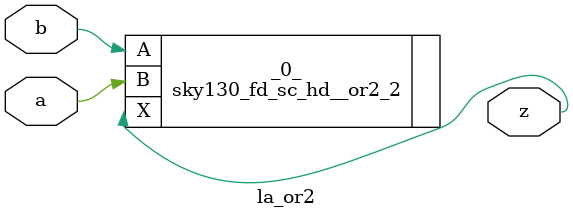
<source format=v>

module la_or2(a, b, z);
  input a;
  input b;
  output z;
  sky130_fd_sc_hd__or2_2 _0_ (
    .A(b),
    .B(a),
    .X(z)
  );
endmodule

</source>
